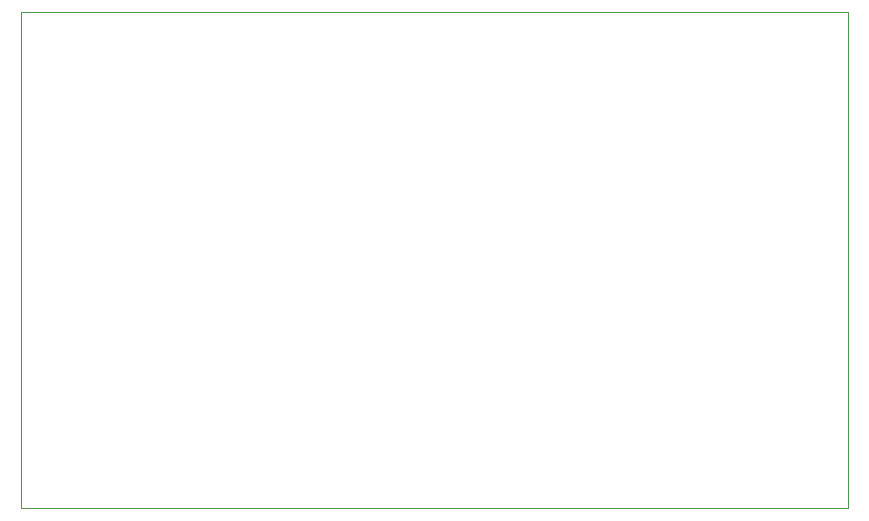
<source format=gbr>
%TF.GenerationSoftware,KiCad,Pcbnew,8.0.0*%
%TF.CreationDate,2024-03-22T14:44:16+02:00*%
%TF.ProjectId,Sensing systemv2,53656e73-696e-4672-9073-797374656d76,rev?*%
%TF.SameCoordinates,Original*%
%TF.FileFunction,Profile,NP*%
%FSLAX46Y46*%
G04 Gerber Fmt 4.6, Leading zero omitted, Abs format (unit mm)*
G04 Created by KiCad (PCBNEW 8.0.0) date 2024-03-22 14:44:16*
%MOMM*%
%LPD*%
G01*
G04 APERTURE LIST*
%TA.AperFunction,Profile*%
%ADD10C,0.050000*%
%TD*%
G04 APERTURE END LIST*
D10*
X48770000Y-66590000D02*
X118770000Y-66590000D01*
X118770000Y-108590000D01*
X48770000Y-108590000D01*
X48770000Y-66590000D01*
M02*

</source>
